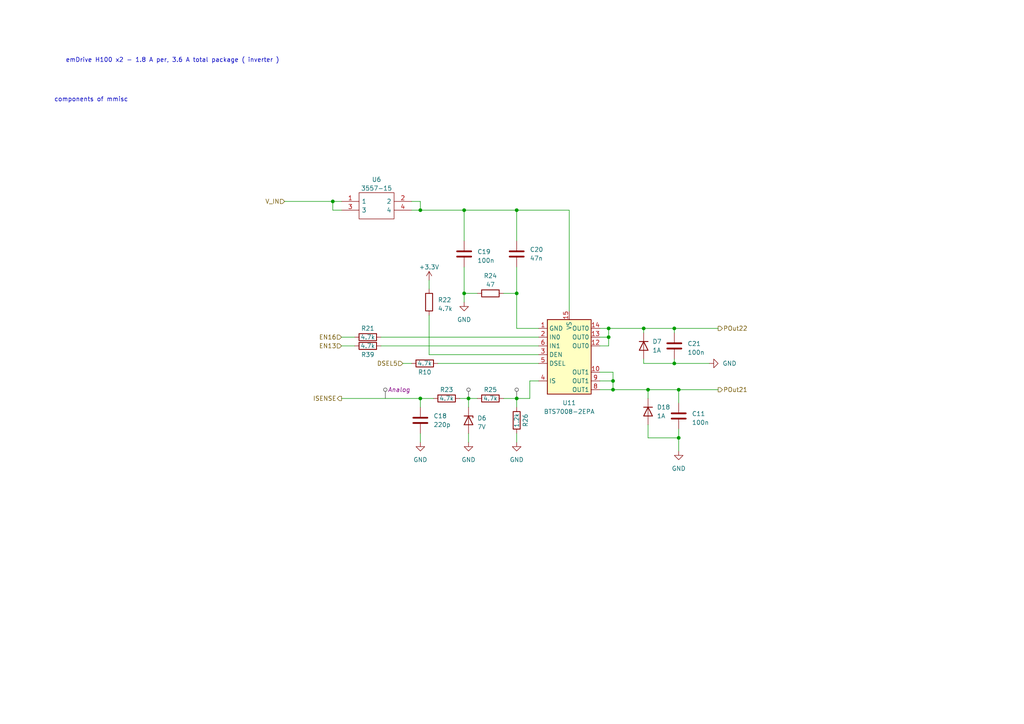
<source format=kicad_sch>
(kicad_sch
	(version 20231120)
	(generator "eeschema")
	(generator_version "8.0")
	(uuid "8a6bde88-ccc7-4a6b-b9c8-1b70b5c3fd83")
	(paper "A4")
	(title_block
		(title "PDU FT24")
		(company "Nived Jayaprakash Nambiar ")
		(comment 1 "FasTTUBe Electronics")
	)
	(lib_symbols
		(symbol "3557-15:3557-15"
			(pin_names
				(offset 0.762)
			)
			(exclude_from_sim no)
			(in_bom yes)
			(on_board yes)
			(property "Reference" "U"
				(at 16.51 7.62 0)
				(effects
					(font
						(size 1.27 1.27)
					)
					(justify left)
				)
			)
			(property "Value" "3557-15"
				(at 16.51 5.08 0)
				(effects
					(font
						(size 1.27 1.27)
					)
					(justify left)
				)
			)
			(property "Footprint" "355715"
				(at 16.51 2.54 0)
				(effects
					(font
						(size 1.27 1.27)
					)
					(justify left)
					(hide yes)
				)
			)
			(property "Datasheet" "https://componentsearchengine.com/Datasheets/1/3557-15.pdf"
				(at 16.51 0 0)
				(effects
					(font
						(size 1.27 1.27)
					)
					(justify left)
					(hide yes)
				)
			)
			(property "Description" "Fuse Holder T/H 2 IN 1 AUTO BLDE HOLDER, BLUE 15A"
				(at 16.51 -2.54 0)
				(effects
					(font
						(size 1.27 1.27)
					)
					(justify left)
					(hide yes)
				)
			)
			(property "Height" "7.37"
				(at 16.51 -5.08 0)
				(effects
					(font
						(size 1.27 1.27)
					)
					(justify left)
					(hide yes)
				)
			)
			(property "heisener Part Number" ""
				(at 16.51 -7.62 0)
				(effects
					(font
						(size 1.27 1.27)
					)
					(justify left)
					(hide yes)
				)
			)
			(property "heisener Price/Stock" ""
				(at 16.51 -10.16 0)
				(effects
					(font
						(size 1.27 1.27)
					)
					(justify left)
					(hide yes)
				)
			)
			(property "Manufacturer_Name" "Keystone Electronics"
				(at 16.51 -12.7 0)
				(effects
					(font
						(size 1.27 1.27)
					)
					(justify left)
					(hide yes)
				)
			)
			(property "Manufacturer_Part_Number" "3557-15"
				(at 16.51 -15.24 0)
				(effects
					(font
						(size 1.27 1.27)
					)
					(justify left)
					(hide yes)
				)
			)
			(symbol "3557-15_0_0"
				(pin passive line
					(at 0 0 0)
					(length 5.08)
					(name "1"
						(effects
							(font
								(size 1.27 1.27)
							)
						)
					)
					(number "1"
						(effects
							(font
								(size 1.27 1.27)
							)
						)
					)
				)
				(pin passive line
					(at 20.32 0 180)
					(length 5.08)
					(name "2"
						(effects
							(font
								(size 1.27 1.27)
							)
						)
					)
					(number "2"
						(effects
							(font
								(size 1.27 1.27)
							)
						)
					)
				)
				(pin passive line
					(at 0 -2.54 0)
					(length 5.08)
					(name "3"
						(effects
							(font
								(size 1.27 1.27)
							)
						)
					)
					(number "3"
						(effects
							(font
								(size 1.27 1.27)
							)
						)
					)
				)
				(pin passive line
					(at 20.32 -2.54 180)
					(length 5.08)
					(name "4"
						(effects
							(font
								(size 1.27 1.27)
							)
						)
					)
					(number "4"
						(effects
							(font
								(size 1.27 1.27)
							)
						)
					)
				)
			)
			(symbol "3557-15_0_1"
				(polyline
					(pts
						(xy 5.08 2.54) (xy 15.24 2.54) (xy 15.24 -5.08) (xy 5.08 -5.08) (xy 5.08 2.54)
					)
					(stroke
						(width 0.1524)
						(type solid)
					)
					(fill
						(type none)
					)
				)
			)
		)
		(symbol "Device:C"
			(pin_numbers hide)
			(pin_names
				(offset 0.254)
			)
			(exclude_from_sim no)
			(in_bom yes)
			(on_board yes)
			(property "Reference" "C"
				(at 0.635 2.54 0)
				(effects
					(font
						(size 1.27 1.27)
					)
					(justify left)
				)
			)
			(property "Value" "C"
				(at 0.635 -2.54 0)
				(effects
					(font
						(size 1.27 1.27)
					)
					(justify left)
				)
			)
			(property "Footprint" ""
				(at 0.9652 -3.81 0)
				(effects
					(font
						(size 1.27 1.27)
					)
					(hide yes)
				)
			)
			(property "Datasheet" "~"
				(at 0 0 0)
				(effects
					(font
						(size 1.27 1.27)
					)
					(hide yes)
				)
			)
			(property "Description" "Unpolarized capacitor"
				(at 0 0 0)
				(effects
					(font
						(size 1.27 1.27)
					)
					(hide yes)
				)
			)
			(property "ki_keywords" "cap capacitor"
				(at 0 0 0)
				(effects
					(font
						(size 1.27 1.27)
					)
					(hide yes)
				)
			)
			(property "ki_fp_filters" "C_*"
				(at 0 0 0)
				(effects
					(font
						(size 1.27 1.27)
					)
					(hide yes)
				)
			)
			(symbol "C_0_1"
				(polyline
					(pts
						(xy -2.032 -0.762) (xy 2.032 -0.762)
					)
					(stroke
						(width 0.508)
						(type default)
					)
					(fill
						(type none)
					)
				)
				(polyline
					(pts
						(xy -2.032 0.762) (xy 2.032 0.762)
					)
					(stroke
						(width 0.508)
						(type default)
					)
					(fill
						(type none)
					)
				)
			)
			(symbol "C_1_1"
				(pin passive line
					(at 0 3.81 270)
					(length 2.794)
					(name "~"
						(effects
							(font
								(size 1.27 1.27)
							)
						)
					)
					(number "1"
						(effects
							(font
								(size 1.27 1.27)
							)
						)
					)
				)
				(pin passive line
					(at 0 -3.81 90)
					(length 2.794)
					(name "~"
						(effects
							(font
								(size 1.27 1.27)
							)
						)
					)
					(number "2"
						(effects
							(font
								(size 1.27 1.27)
							)
						)
					)
				)
			)
		)
		(symbol "Device:D"
			(pin_numbers hide)
			(pin_names
				(offset 1.016) hide)
			(exclude_from_sim no)
			(in_bom yes)
			(on_board yes)
			(property "Reference" "D"
				(at 0 2.54 0)
				(effects
					(font
						(size 1.27 1.27)
					)
				)
			)
			(property "Value" "D"
				(at 0 -2.54 0)
				(effects
					(font
						(size 1.27 1.27)
					)
				)
			)
			(property "Footprint" ""
				(at 0 0 0)
				(effects
					(font
						(size 1.27 1.27)
					)
					(hide yes)
				)
			)
			(property "Datasheet" "~"
				(at 0 0 0)
				(effects
					(font
						(size 1.27 1.27)
					)
					(hide yes)
				)
			)
			(property "Description" "Diode"
				(at 0 0 0)
				(effects
					(font
						(size 1.27 1.27)
					)
					(hide yes)
				)
			)
			(property "Sim.Device" "D"
				(at 0 0 0)
				(effects
					(font
						(size 1.27 1.27)
					)
					(hide yes)
				)
			)
			(property "Sim.Pins" "1=K 2=A"
				(at 0 0 0)
				(effects
					(font
						(size 1.27 1.27)
					)
					(hide yes)
				)
			)
			(property "ki_keywords" "diode"
				(at 0 0 0)
				(effects
					(font
						(size 1.27 1.27)
					)
					(hide yes)
				)
			)
			(property "ki_fp_filters" "TO-???* *_Diode_* *SingleDiode* D_*"
				(at 0 0 0)
				(effects
					(font
						(size 1.27 1.27)
					)
					(hide yes)
				)
			)
			(symbol "D_0_1"
				(polyline
					(pts
						(xy -1.27 1.27) (xy -1.27 -1.27)
					)
					(stroke
						(width 0.254)
						(type default)
					)
					(fill
						(type none)
					)
				)
				(polyline
					(pts
						(xy 1.27 0) (xy -1.27 0)
					)
					(stroke
						(width 0)
						(type default)
					)
					(fill
						(type none)
					)
				)
				(polyline
					(pts
						(xy 1.27 1.27) (xy 1.27 -1.27) (xy -1.27 0) (xy 1.27 1.27)
					)
					(stroke
						(width 0.254)
						(type default)
					)
					(fill
						(type none)
					)
				)
			)
			(symbol "D_1_1"
				(pin passive line
					(at -3.81 0 0)
					(length 2.54)
					(name "K"
						(effects
							(font
								(size 1.27 1.27)
							)
						)
					)
					(number "1"
						(effects
							(font
								(size 1.27 1.27)
							)
						)
					)
				)
				(pin passive line
					(at 3.81 0 180)
					(length 2.54)
					(name "A"
						(effects
							(font
								(size 1.27 1.27)
							)
						)
					)
					(number "2"
						(effects
							(font
								(size 1.27 1.27)
							)
						)
					)
				)
			)
		)
		(symbol "Device:D_Zener"
			(pin_numbers hide)
			(pin_names
				(offset 1.016) hide)
			(exclude_from_sim no)
			(in_bom yes)
			(on_board yes)
			(property "Reference" "D"
				(at 0 2.54 0)
				(effects
					(font
						(size 1.27 1.27)
					)
				)
			)
			(property "Value" "D_Zener"
				(at 0 -2.54 0)
				(effects
					(font
						(size 1.27 1.27)
					)
				)
			)
			(property "Footprint" ""
				(at 0 0 0)
				(effects
					(font
						(size 1.27 1.27)
					)
					(hide yes)
				)
			)
			(property "Datasheet" "~"
				(at 0 0 0)
				(effects
					(font
						(size 1.27 1.27)
					)
					(hide yes)
				)
			)
			(property "Description" "Zener diode"
				(at 0 0 0)
				(effects
					(font
						(size 1.27 1.27)
					)
					(hide yes)
				)
			)
			(property "ki_keywords" "diode"
				(at 0 0 0)
				(effects
					(font
						(size 1.27 1.27)
					)
					(hide yes)
				)
			)
			(property "ki_fp_filters" "TO-???* *_Diode_* *SingleDiode* D_*"
				(at 0 0 0)
				(effects
					(font
						(size 1.27 1.27)
					)
					(hide yes)
				)
			)
			(symbol "D_Zener_0_1"
				(polyline
					(pts
						(xy 1.27 0) (xy -1.27 0)
					)
					(stroke
						(width 0)
						(type default)
					)
					(fill
						(type none)
					)
				)
				(polyline
					(pts
						(xy -1.27 -1.27) (xy -1.27 1.27) (xy -0.762 1.27)
					)
					(stroke
						(width 0.254)
						(type default)
					)
					(fill
						(type none)
					)
				)
				(polyline
					(pts
						(xy 1.27 -1.27) (xy 1.27 1.27) (xy -1.27 0) (xy 1.27 -1.27)
					)
					(stroke
						(width 0.254)
						(type default)
					)
					(fill
						(type none)
					)
				)
			)
			(symbol "D_Zener_1_1"
				(pin passive line
					(at -3.81 0 0)
					(length 2.54)
					(name "K"
						(effects
							(font
								(size 1.27 1.27)
							)
						)
					)
					(number "1"
						(effects
							(font
								(size 1.27 1.27)
							)
						)
					)
				)
				(pin passive line
					(at 3.81 0 180)
					(length 2.54)
					(name "A"
						(effects
							(font
								(size 1.27 1.27)
							)
						)
					)
					(number "2"
						(effects
							(font
								(size 1.27 1.27)
							)
						)
					)
				)
			)
		)
		(symbol "Device:R"
			(pin_numbers hide)
			(pin_names
				(offset 0)
			)
			(exclude_from_sim no)
			(in_bom yes)
			(on_board yes)
			(property "Reference" "R"
				(at 2.032 0 90)
				(effects
					(font
						(size 1.27 1.27)
					)
				)
			)
			(property "Value" "R"
				(at 0 0 90)
				(effects
					(font
						(size 1.27 1.27)
					)
				)
			)
			(property "Footprint" ""
				(at -1.778 0 90)
				(effects
					(font
						(size 1.27 1.27)
					)
					(hide yes)
				)
			)
			(property "Datasheet" "~"
				(at 0 0 0)
				(effects
					(font
						(size 1.27 1.27)
					)
					(hide yes)
				)
			)
			(property "Description" "Resistor"
				(at 0 0 0)
				(effects
					(font
						(size 1.27 1.27)
					)
					(hide yes)
				)
			)
			(property "ki_keywords" "R res resistor"
				(at 0 0 0)
				(effects
					(font
						(size 1.27 1.27)
					)
					(hide yes)
				)
			)
			(property "ki_fp_filters" "R_*"
				(at 0 0 0)
				(effects
					(font
						(size 1.27 1.27)
					)
					(hide yes)
				)
			)
			(symbol "R_0_1"
				(rectangle
					(start -1.016 -2.54)
					(end 1.016 2.54)
					(stroke
						(width 0.254)
						(type default)
					)
					(fill
						(type none)
					)
				)
			)
			(symbol "R_1_1"
				(pin passive line
					(at 0 3.81 270)
					(length 1.27)
					(name "~"
						(effects
							(font
								(size 1.27 1.27)
							)
						)
					)
					(number "1"
						(effects
							(font
								(size 1.27 1.27)
							)
						)
					)
				)
				(pin passive line
					(at 0 -3.81 90)
					(length 1.27)
					(name "~"
						(effects
							(font
								(size 1.27 1.27)
							)
						)
					)
					(number "2"
						(effects
							(font
								(size 1.27 1.27)
							)
						)
					)
				)
			)
		)
		(symbol "PROFET:BTS7020-2EPA"
			(exclude_from_sim no)
			(in_bom yes)
			(on_board yes)
			(property "Reference" "U50"
				(at 0 -13.97 0)
				(effects
					(font
						(size 1.27 1.27)
					)
				)
			)
			(property "Value" "BTS7008-2EPA"
				(at 0 -16.51 0)
				(effects
					(font
						(size 1.27 1.27)
					)
				)
			)
			(property "Footprint" "Package_SO:Infineon_PG-TSDSO-14-22"
				(at -22.86 -12.7 0)
				(effects
					(font
						(size 1.27 1.27)
					)
					(hide yes)
				)
			)
			(property "Datasheet" "https://www.infineon.com/dgdl/Infineon-BTS7008-2EPA-DataSheet-v01_20-EN.pdf?fileId=5546d46258fc0bc101590212356876b1"
				(at -3.81 -19.05 0)
				(effects
					(font
						(size 1.27 1.27)
					)
					(hide yes)
				)
			)
			(property "Description" "Smart High-Side Power Switch, PROFET, Two Channel, 12V, 5A, Rds(on) 23.7mΩ, PG-TSDSO-14-22"
				(at 0 0 0)
				(effects
					(font
						(size 1.27 1.27)
					)
					(hide yes)
				)
			)
			(property "ki_keywords" "BTS7004"
				(at 0 0 0)
				(effects
					(font
						(size 1.27 1.27)
					)
					(hide yes)
				)
			)
			(property "ki_fp_filters" "Infineon*TSDSO*22*"
				(at 0 0 0)
				(effects
					(font
						(size 1.27 1.27)
					)
					(hide yes)
				)
			)
			(symbol "BTS7020-2EPA_0_0"
				(pin input line
					(at -8.89 -2.54 0)
					(length 2.54)
					(name "DSEL"
						(effects
							(font
								(size 1.27 1.27)
							)
						)
					)
					(number "5"
						(effects
							(font
								(size 1.27 1.27)
							)
						)
					)
				)
				(pin input line
					(at -8.89 2.54 0)
					(length 2.54)
					(name "IN1"
						(effects
							(font
								(size 1.27 1.27)
							)
						)
					)
					(number "6"
						(effects
							(font
								(size 1.27 1.27)
							)
						)
					)
				)
			)
			(symbol "BTS7020-2EPA_0_1"
				(rectangle
					(start -6.35 10.16)
					(end 6.35 -11.43)
					(stroke
						(width 0.254)
						(type default)
					)
					(fill
						(type background)
					)
				)
			)
			(symbol "BTS7020-2EPA_1_1"
				(pin power_out line
					(at -8.89 7.62 0)
					(length 2.54)
					(name "GND"
						(effects
							(font
								(size 1.27 1.27)
							)
						)
					)
					(number "1"
						(effects
							(font
								(size 1.27 1.27)
							)
						)
					)
				)
				(pin passive line
					(at 8.89 -5.08 180)
					(length 2.54)
					(name "OUT1"
						(effects
							(font
								(size 1.27 1.27)
							)
						)
					)
					(number "10"
						(effects
							(font
								(size 1.27 1.27)
							)
						)
					)
				)
				(pin no_connect line
					(at 8.89 -1.27 180)
					(length 2.54) hide
					(name "NC"
						(effects
							(font
								(size 1.27 1.27)
							)
						)
					)
					(number "11"
						(effects
							(font
								(size 1.27 1.27)
							)
						)
					)
				)
				(pin passive line
					(at 8.89 2.54 180)
					(length 2.54)
					(name "OUT0"
						(effects
							(font
								(size 1.27 1.27)
							)
						)
					)
					(number "12"
						(effects
							(font
								(size 1.27 1.27)
							)
						)
					)
				)
				(pin passive line
					(at 8.89 5.08 180)
					(length 2.54)
					(name "OUT0"
						(effects
							(font
								(size 1.27 1.27)
							)
						)
					)
					(number "13"
						(effects
							(font
								(size 1.27 1.27)
							)
						)
					)
				)
				(pin output line
					(at 8.89 7.62 180)
					(length 2.54)
					(name "OUT0"
						(effects
							(font
								(size 1.27 1.27)
							)
						)
					)
					(number "14"
						(effects
							(font
								(size 1.27 1.27)
							)
						)
					)
				)
				(pin input line
					(at 0 12.7 270)
					(length 2.54)
					(name "VS"
						(effects
							(font
								(size 1.27 1.27)
							)
						)
					)
					(number "15"
						(effects
							(font
								(size 1.27 1.27)
							)
						)
					)
				)
				(pin input line
					(at -8.89 5.08 0)
					(length 2.54)
					(name "IN0"
						(effects
							(font
								(size 1.27 1.27)
							)
						)
					)
					(number "2"
						(effects
							(font
								(size 1.27 1.27)
							)
						)
					)
				)
				(pin input line
					(at -8.89 0 0)
					(length 2.54)
					(name "DEN"
						(effects
							(font
								(size 1.27 1.27)
							)
						)
					)
					(number "3"
						(effects
							(font
								(size 1.27 1.27)
							)
						)
					)
				)
				(pin output line
					(at -8.89 -7.62 0)
					(length 2.54)
					(name "IS"
						(effects
							(font
								(size 1.27 1.27)
							)
						)
					)
					(number "4"
						(effects
							(font
								(size 1.27 1.27)
							)
						)
					)
				)
				(pin no_connect line
					(at -8.89 -10.16 0)
					(length 2.54) hide
					(name "NC"
						(effects
							(font
								(size 1.27 1.27)
							)
						)
					)
					(number "7"
						(effects
							(font
								(size 1.27 1.27)
							)
						)
					)
				)
				(pin output line
					(at 8.89 -10.16 180)
					(length 2.54)
					(name "OUT1"
						(effects
							(font
								(size 1.27 1.27)
							)
						)
					)
					(number "8"
						(effects
							(font
								(size 1.27 1.27)
							)
						)
					)
				)
				(pin passive line
					(at 8.89 -7.62 180)
					(length 2.54)
					(name "OUT1"
						(effects
							(font
								(size 1.27 1.27)
							)
						)
					)
					(number "9"
						(effects
							(font
								(size 1.27 1.27)
							)
						)
					)
				)
			)
		)
		(symbol "power:+3.3V"
			(power)
			(pin_names
				(offset 0)
			)
			(exclude_from_sim no)
			(in_bom yes)
			(on_board yes)
			(property "Reference" "#PWR"
				(at 0 -3.81 0)
				(effects
					(font
						(size 1.27 1.27)
					)
					(hide yes)
				)
			)
			(property "Value" "+3.3V"
				(at 0 3.556 0)
				(effects
					(font
						(size 1.27 1.27)
					)
				)
			)
			(property "Footprint" ""
				(at 0 0 0)
				(effects
					(font
						(size 1.27 1.27)
					)
					(hide yes)
				)
			)
			(property "Datasheet" ""
				(at 0 0 0)
				(effects
					(font
						(size 1.27 1.27)
					)
					(hide yes)
				)
			)
			(property "Description" "Power symbol creates a global label with name \"+3.3V\""
				(at 0 0 0)
				(effects
					(font
						(size 1.27 1.27)
					)
					(hide yes)
				)
			)
			(property "ki_keywords" "global power"
				(at 0 0 0)
				(effects
					(font
						(size 1.27 1.27)
					)
					(hide yes)
				)
			)
			(symbol "+3.3V_0_1"
				(polyline
					(pts
						(xy -0.762 1.27) (xy 0 2.54)
					)
					(stroke
						(width 0)
						(type default)
					)
					(fill
						(type none)
					)
				)
				(polyline
					(pts
						(xy 0 0) (xy 0 2.54)
					)
					(stroke
						(width 0)
						(type default)
					)
					(fill
						(type none)
					)
				)
				(polyline
					(pts
						(xy 0 2.54) (xy 0.762 1.27)
					)
					(stroke
						(width 0)
						(type default)
					)
					(fill
						(type none)
					)
				)
			)
			(symbol "+3.3V_1_1"
				(pin power_in line
					(at 0 0 90)
					(length 0) hide
					(name "+3.3V"
						(effects
							(font
								(size 1.27 1.27)
							)
						)
					)
					(number "1"
						(effects
							(font
								(size 1.27 1.27)
							)
						)
					)
				)
			)
		)
		(symbol "power:GND"
			(power)
			(pin_names
				(offset 0)
			)
			(exclude_from_sim no)
			(in_bom yes)
			(on_board yes)
			(property "Reference" "#PWR"
				(at 0 -6.35 0)
				(effects
					(font
						(size 1.27 1.27)
					)
					(hide yes)
				)
			)
			(property "Value" "GND"
				(at 0 -3.81 0)
				(effects
					(font
						(size 1.27 1.27)
					)
				)
			)
			(property "Footprint" ""
				(at 0 0 0)
				(effects
					(font
						(size 1.27 1.27)
					)
					(hide yes)
				)
			)
			(property "Datasheet" ""
				(at 0 0 0)
				(effects
					(font
						(size 1.27 1.27)
					)
					(hide yes)
				)
			)
			(property "Description" "Power symbol creates a global label with name \"GND\" , ground"
				(at 0 0 0)
				(effects
					(font
						(size 1.27 1.27)
					)
					(hide yes)
				)
			)
			(property "ki_keywords" "global power"
				(at 0 0 0)
				(effects
					(font
						(size 1.27 1.27)
					)
					(hide yes)
				)
			)
			(symbol "GND_0_1"
				(polyline
					(pts
						(xy 0 0) (xy 0 -1.27) (xy 1.27 -1.27) (xy 0 -2.54) (xy -1.27 -1.27) (xy 0 -1.27)
					)
					(stroke
						(width 0)
						(type default)
					)
					(fill
						(type none)
					)
				)
			)
			(symbol "GND_1_1"
				(pin power_in line
					(at 0 0 270)
					(length 0) hide
					(name "GND"
						(effects
							(font
								(size 1.27 1.27)
							)
						)
					)
					(number "1"
						(effects
							(font
								(size 1.27 1.27)
							)
						)
					)
				)
			)
		)
	)
	(junction
		(at 149.86 85.09)
		(diameter 0)
		(color 0 0 0 0)
		(uuid "00776596-fadb-48bf-af43-d8ce4e635c76")
	)
	(junction
		(at 196.85 127)
		(diameter 0)
		(color 0 0 0 0)
		(uuid "2a40fd97-de01-4c98-a3be-a68ce6423f70")
	)
	(junction
		(at 195.58 95.25)
		(diameter 0)
		(color 0 0 0 0)
		(uuid "2d65296b-1266-4709-a15d-cb84d6f81806")
	)
	(junction
		(at 96.52 58.42)
		(diameter 0)
		(color 0 0 0 0)
		(uuid "38907b64-1006-46cd-855a-682cc52f00a1")
	)
	(junction
		(at 177.8 110.49)
		(diameter 0)
		(color 0 0 0 0)
		(uuid "5253c7a8-4f04-4883-bc0a-36b245189225")
	)
	(junction
		(at 195.58 105.41)
		(diameter 0)
		(color 0 0 0 0)
		(uuid "527d54ff-6c5c-46f1-9a9d-870ad65570f7")
	)
	(junction
		(at 149.86 115.57)
		(diameter 0)
		(color 0 0 0 0)
		(uuid "5c326501-0776-4066-8fad-901a3444b4f1")
	)
	(junction
		(at 135.89 115.57)
		(diameter 0)
		(color 0 0 0 0)
		(uuid "6af1f98c-8b95-4785-9a47-2dd59847000f")
	)
	(junction
		(at 134.62 60.96)
		(diameter 0)
		(color 0 0 0 0)
		(uuid "73dd4691-04f9-48d5-b7da-46165f352555")
	)
	(junction
		(at 196.85 113.03)
		(diameter 0)
		(color 0 0 0 0)
		(uuid "74ff98a3-5ab9-48ef-ac9e-1c06a62f3ddc")
	)
	(junction
		(at 121.92 60.96)
		(diameter 0)
		(color 0 0 0 0)
		(uuid "7b5d2cc0-c116-4998-81cd-572daabdbc93")
	)
	(junction
		(at 187.96 113.03)
		(diameter 0)
		(color 0 0 0 0)
		(uuid "8e5cae49-7be8-4c57-b624-dc92bf8689d7")
	)
	(junction
		(at 177.8 113.03)
		(diameter 0)
		(color 0 0 0 0)
		(uuid "b5f4cbc8-343e-4b2f-9b74-b754547866f9")
	)
	(junction
		(at 134.62 85.09)
		(diameter 0)
		(color 0 0 0 0)
		(uuid "c317fd8c-4314-4b2d-98ff-76457208c0a5")
	)
	(junction
		(at 176.53 95.25)
		(diameter 0)
		(color 0 0 0 0)
		(uuid "c68b51bf-c929-49dc-adc9-c9662238e8a8")
	)
	(junction
		(at 149.86 60.96)
		(diameter 0)
		(color 0 0 0 0)
		(uuid "de930b73-6af3-48e2-8bb0-c081e2e7b993")
	)
	(junction
		(at 186.69 95.25)
		(diameter 0)
		(color 0 0 0 0)
		(uuid "e8c2f885-2d67-4300-8692-a9470c7a084e")
	)
	(junction
		(at 121.92 115.57)
		(diameter 0)
		(color 0 0 0 0)
		(uuid "eaea38a5-40ee-47ef-8e5c-c73514663081")
	)
	(junction
		(at 176.53 97.79)
		(diameter 0)
		(color 0 0 0 0)
		(uuid "f834746d-3014-4be9-a682-620fd2a7db8d")
	)
	(wire
		(pts
			(xy 153.67 115.57) (xy 149.86 115.57)
		)
		(stroke
			(width 0)
			(type default)
		)
		(uuid "03982a71-4b02-4b17-8763-be7aed98329c")
	)
	(wire
		(pts
			(xy 138.43 85.09) (xy 134.62 85.09)
		)
		(stroke
			(width 0)
			(type default)
		)
		(uuid "092d7555-441a-46da-8f87-7e89d42321ef")
	)
	(wire
		(pts
			(xy 176.53 97.79) (xy 176.53 95.25)
		)
		(stroke
			(width 0)
			(type default)
		)
		(uuid "09f84ff2-b218-4f0c-b53c-f96e92c7351d")
	)
	(wire
		(pts
			(xy 187.96 127) (xy 196.85 127)
		)
		(stroke
			(width 0)
			(type default)
		)
		(uuid "0cbbc13e-7b7b-4f00-a414-6c8b1c35859c")
	)
	(wire
		(pts
			(xy 186.69 95.25) (xy 186.69 96.52)
		)
		(stroke
			(width 0)
			(type default)
		)
		(uuid "1051ea33-2d33-40fa-848c-5fc1bc7d3ed1")
	)
	(wire
		(pts
			(xy 173.99 110.49) (xy 177.8 110.49)
		)
		(stroke
			(width 0)
			(type default)
		)
		(uuid "10622a86-e02a-49ed-9999-3c3bb84624f5")
	)
	(wire
		(pts
			(xy 134.62 85.09) (xy 134.62 77.47)
		)
		(stroke
			(width 0)
			(type default)
		)
		(uuid "167f2ae2-98ad-4b40-aca8-20c4b3aa242c")
	)
	(wire
		(pts
			(xy 195.58 104.14) (xy 195.58 105.41)
		)
		(stroke
			(width 0)
			(type default)
		)
		(uuid "18f4c06b-756b-4dc9-b157-b2cdafa402ea")
	)
	(wire
		(pts
			(xy 149.86 115.57) (xy 146.05 115.57)
		)
		(stroke
			(width 0)
			(type default)
		)
		(uuid "1f582a1f-c991-44b3-a6d8-604b876e22b9")
	)
	(wire
		(pts
			(xy 134.62 60.96) (xy 149.86 60.96)
		)
		(stroke
			(width 0)
			(type default)
		)
		(uuid "2c2fe642-9025-40d8-b7a3-b873fae05516")
	)
	(wire
		(pts
			(xy 116.84 105.41) (xy 119.38 105.41)
		)
		(stroke
			(width 0)
			(type default)
		)
		(uuid "2c9d54e4-2e1b-46cd-90e4-c6abb7b57d62")
	)
	(wire
		(pts
			(xy 173.99 107.95) (xy 177.8 107.95)
		)
		(stroke
			(width 0)
			(type default)
		)
		(uuid "2ea53636-df22-416c-a8a3-fe3a082f050c")
	)
	(wire
		(pts
			(xy 121.92 60.96) (xy 134.62 60.96)
		)
		(stroke
			(width 0)
			(type default)
		)
		(uuid "344b250c-1b24-4a6f-b8e2-0ec8234314fc")
	)
	(wire
		(pts
			(xy 102.87 100.33) (xy 99.06 100.33)
		)
		(stroke
			(width 0)
			(type default)
		)
		(uuid "37eb1dd2-652b-4c3c-96de-ef1c2c72f45d")
	)
	(wire
		(pts
			(xy 196.85 113.03) (xy 208.28 113.03)
		)
		(stroke
			(width 0)
			(type default)
		)
		(uuid "3a8a0b45-5485-4dd7-bd54-3c7096e1495d")
	)
	(wire
		(pts
			(xy 149.86 60.96) (xy 149.86 69.85)
		)
		(stroke
			(width 0)
			(type default)
		)
		(uuid "444e60c3-2eea-40d5-a367-990f85089ef2")
	)
	(wire
		(pts
			(xy 149.86 125.73) (xy 149.86 128.27)
		)
		(stroke
			(width 0)
			(type default)
		)
		(uuid "45520e81-b4c5-4c77-bfc2-fdb604e4be4e")
	)
	(wire
		(pts
			(xy 146.05 85.09) (xy 149.86 85.09)
		)
		(stroke
			(width 0)
			(type default)
		)
		(uuid "45bd60a9-e6b2-4c7c-85ed-83be4f47d855")
	)
	(wire
		(pts
			(xy 195.58 95.25) (xy 208.28 95.25)
		)
		(stroke
			(width 0)
			(type default)
		)
		(uuid "46d29ff9-4841-442c-85f5-aa88f1d3a797")
	)
	(wire
		(pts
			(xy 186.69 104.14) (xy 186.69 105.41)
		)
		(stroke
			(width 0)
			(type default)
		)
		(uuid "4b4ea5a1-362e-4420-b098-c5e35f5ae274")
	)
	(wire
		(pts
			(xy 82.55 58.42) (xy 96.52 58.42)
		)
		(stroke
			(width 0)
			(type default)
		)
		(uuid "4d25bd18-4040-44e1-babd-dde3c655ceab")
	)
	(wire
		(pts
			(xy 135.89 115.57) (xy 133.35 115.57)
		)
		(stroke
			(width 0)
			(type default)
		)
		(uuid "51cdbf76-49bf-4bb1-afe1-f8920610da47")
	)
	(wire
		(pts
			(xy 195.58 95.25) (xy 195.58 96.52)
		)
		(stroke
			(width 0)
			(type default)
		)
		(uuid "523eac46-d728-4ee5-ae11-722cc4750bdf")
	)
	(wire
		(pts
			(xy 121.92 58.42) (xy 121.92 60.96)
		)
		(stroke
			(width 0)
			(type default)
		)
		(uuid "55e60dee-0b8c-4bba-b3dd-ab9d7d9e033d")
	)
	(wire
		(pts
			(xy 165.1 60.96) (xy 165.1 90.17)
		)
		(stroke
			(width 0)
			(type default)
		)
		(uuid "626feb17-7460-4fb3-b3ea-7459747e1b14")
	)
	(wire
		(pts
			(xy 156.21 110.49) (xy 153.67 110.49)
		)
		(stroke
			(width 0)
			(type default)
		)
		(uuid "67c4b2c3-bc96-41b2-8c17-ee8ddd6136f7")
	)
	(wire
		(pts
			(xy 121.92 115.57) (xy 121.92 118.11)
		)
		(stroke
			(width 0)
			(type default)
		)
		(uuid "6c30dd3a-b1e1-43e5-b3c1-4c981f56f3b3")
	)
	(wire
		(pts
			(xy 96.52 60.96) (xy 96.52 58.42)
		)
		(stroke
			(width 0)
			(type default)
		)
		(uuid "78a939b7-29b8-47ba-a450-a688039cdb67")
	)
	(wire
		(pts
			(xy 187.96 123.19) (xy 187.96 127)
		)
		(stroke
			(width 0)
			(type default)
		)
		(uuid "82442b2f-e4a4-4c93-becf-7197f78156bd")
	)
	(wire
		(pts
			(xy 134.62 60.96) (xy 134.62 69.85)
		)
		(stroke
			(width 0)
			(type default)
		)
		(uuid "88c08d63-a646-4089-b666-8c58b7480b77")
	)
	(wire
		(pts
			(xy 187.96 113.03) (xy 187.96 115.57)
		)
		(stroke
			(width 0)
			(type default)
		)
		(uuid "895cda52-2f94-4bca-9746-0bde004618d5")
	)
	(wire
		(pts
			(xy 153.67 110.49) (xy 153.67 115.57)
		)
		(stroke
			(width 0)
			(type default)
		)
		(uuid "89dbc055-1c60-49fb-97ba-989db351ffd5")
	)
	(wire
		(pts
			(xy 149.86 60.96) (xy 165.1 60.96)
		)
		(stroke
			(width 0)
			(type default)
		)
		(uuid "8a5416c0-c6e0-4c9c-b247-d6e6bf218dcb")
	)
	(wire
		(pts
			(xy 173.99 100.33) (xy 176.53 100.33)
		)
		(stroke
			(width 0)
			(type default)
		)
		(uuid "951caa15-b4fa-462d-815e-a974e48b0041")
	)
	(wire
		(pts
			(xy 173.99 97.79) (xy 176.53 97.79)
		)
		(stroke
			(width 0)
			(type default)
		)
		(uuid "969e9630-5661-4d10-9d3c-467468909c47")
	)
	(wire
		(pts
			(xy 125.73 115.57) (xy 121.92 115.57)
		)
		(stroke
			(width 0)
			(type default)
		)
		(uuid "96b154da-b7d5-412f-952c-af4928470e78")
	)
	(wire
		(pts
			(xy 96.52 58.42) (xy 99.06 58.42)
		)
		(stroke
			(width 0)
			(type default)
		)
		(uuid "97262671-60db-4eee-8984-31437e8be46b")
	)
	(wire
		(pts
			(xy 121.92 125.73) (xy 121.92 128.27)
		)
		(stroke
			(width 0)
			(type default)
		)
		(uuid "98ca0b0b-53aa-4015-8fdc-87f08cc71e7a")
	)
	(wire
		(pts
			(xy 177.8 107.95) (xy 177.8 110.49)
		)
		(stroke
			(width 0)
			(type default)
		)
		(uuid "98da1369-2fc8-4c48-8c60-2df41aa69b4c")
	)
	(wire
		(pts
			(xy 99.06 60.96) (xy 96.52 60.96)
		)
		(stroke
			(width 0)
			(type default)
		)
		(uuid "9c9c7d19-4080-452f-a9fc-57bd40d37d2a")
	)
	(wire
		(pts
			(xy 124.46 91.44) (xy 124.46 102.87)
		)
		(stroke
			(width 0)
			(type default)
		)
		(uuid "9caa674e-506e-4ed7-acee-7a73cac2a9e2")
	)
	(wire
		(pts
			(xy 99.06 115.57) (xy 121.92 115.57)
		)
		(stroke
			(width 0)
			(type default)
		)
		(uuid "9f9a84c2-212d-4e72-8ba3-95ead826795f")
	)
	(wire
		(pts
			(xy 149.86 85.09) (xy 149.86 95.25)
		)
		(stroke
			(width 0)
			(type default)
		)
		(uuid "9fecb716-0f8c-4b76-91ac-9ed2ec39afb1")
	)
	(wire
		(pts
			(xy 149.86 118.11) (xy 149.86 115.57)
		)
		(stroke
			(width 0)
			(type default)
		)
		(uuid "a34af40e-2c8f-48ab-ba1a-2701c57c732b")
	)
	(wire
		(pts
			(xy 186.69 95.25) (xy 195.58 95.25)
		)
		(stroke
			(width 0)
			(type default)
		)
		(uuid "a55204c2-01b5-4f65-bde4-4f0d574da0c3")
	)
	(wire
		(pts
			(xy 135.89 115.57) (xy 138.43 115.57)
		)
		(stroke
			(width 0)
			(type default)
		)
		(uuid "a94ea57c-dee7-49ad-b930-f428566027d3")
	)
	(wire
		(pts
			(xy 134.62 85.09) (xy 134.62 87.63)
		)
		(stroke
			(width 0)
			(type default)
		)
		(uuid "a95689d9-e3e2-4873-ac00-a011ace618d6")
	)
	(wire
		(pts
			(xy 173.99 113.03) (xy 177.8 113.03)
		)
		(stroke
			(width 0)
			(type default)
		)
		(uuid "ac0fe018-31a5-4f7e-a081-1fe8d1c0ef9f")
	)
	(wire
		(pts
			(xy 119.38 60.96) (xy 121.92 60.96)
		)
		(stroke
			(width 0)
			(type default)
		)
		(uuid "b0a4d691-39d9-42fe-a29b-c10f863cb5ef")
	)
	(wire
		(pts
			(xy 176.53 95.25) (xy 186.69 95.25)
		)
		(stroke
			(width 0)
			(type default)
		)
		(uuid "b18843b1-a448-4968-b9b5-4153aeba5793")
	)
	(wire
		(pts
			(xy 176.53 95.25) (xy 173.99 95.25)
		)
		(stroke
			(width 0)
			(type default)
		)
		(uuid "b329d0b1-78a9-47ab-88a4-d48b4b918a64")
	)
	(wire
		(pts
			(xy 99.06 97.79) (xy 102.87 97.79)
		)
		(stroke
			(width 0)
			(type default)
		)
		(uuid "b32f9327-f563-47a0-8f6a-63ea5322cabf")
	)
	(wire
		(pts
			(xy 195.58 105.41) (xy 205.74 105.41)
		)
		(stroke
			(width 0)
			(type default)
		)
		(uuid "b39fcc51-0052-4343-a829-84bb3d81c353")
	)
	(wire
		(pts
			(xy 196.85 113.03) (xy 196.85 116.84)
		)
		(stroke
			(width 0)
			(type default)
		)
		(uuid "b869dcbc-6356-438b-97eb-bc502e8e13a5")
	)
	(wire
		(pts
			(xy 135.89 125.73) (xy 135.89 128.27)
		)
		(stroke
			(width 0)
			(type default)
		)
		(uuid "b8c8e2cd-43e6-4b7a-86c1-bfd6eb2f6d69")
	)
	(wire
		(pts
			(xy 177.8 110.49) (xy 177.8 113.03)
		)
		(stroke
			(width 0)
			(type default)
		)
		(uuid "b9db1a14-8cee-4d02-bce1-cb444c569af5")
	)
	(wire
		(pts
			(xy 110.49 97.79) (xy 156.21 97.79)
		)
		(stroke
			(width 0)
			(type default)
		)
		(uuid "c404a311-42a3-4c2a-8f54-e20108ed083f")
	)
	(wire
		(pts
			(xy 177.8 113.03) (xy 187.96 113.03)
		)
		(stroke
			(width 0)
			(type default)
		)
		(uuid "c6bfad2c-23b1-4d53-93b1-1457a78b4778")
	)
	(wire
		(pts
			(xy 135.89 118.11) (xy 135.89 115.57)
		)
		(stroke
			(width 0)
			(type default)
		)
		(uuid "c752518e-c97e-4aab-a98c-e70b66787d7e")
	)
	(wire
		(pts
			(xy 196.85 127) (xy 196.85 130.81)
		)
		(stroke
			(width 0)
			(type default)
		)
		(uuid "c9a50a91-bcd1-4f2e-b66c-facaa312f640")
	)
	(wire
		(pts
			(xy 119.38 58.42) (xy 121.92 58.42)
		)
		(stroke
			(width 0)
			(type default)
		)
		(uuid "d37f58ce-2c51-4435-9413-46192a64e44b")
	)
	(wire
		(pts
			(xy 187.96 113.03) (xy 196.85 113.03)
		)
		(stroke
			(width 0)
			(type default)
		)
		(uuid "d389c3a1-1c2b-4983-912a-d96262819f57")
	)
	(wire
		(pts
			(xy 156.21 105.41) (xy 127 105.41)
		)
		(stroke
			(width 0)
			(type default)
		)
		(uuid "da3e9631-7281-4f24-b11f-3bbb6e61d3e6")
	)
	(wire
		(pts
			(xy 186.69 105.41) (xy 195.58 105.41)
		)
		(stroke
			(width 0)
			(type default)
		)
		(uuid "daec2bb0-463a-43be-93fc-aabc5eff118f")
	)
	(wire
		(pts
			(xy 124.46 102.87) (xy 156.21 102.87)
		)
		(stroke
			(width 0)
			(type default)
		)
		(uuid "dcef4f16-d1e8-4b38-ab7d-825b3cc993c8")
	)
	(wire
		(pts
			(xy 124.46 81.28) (xy 124.46 83.82)
		)
		(stroke
			(width 0)
			(type default)
		)
		(uuid "e08b6480-3be9-4eae-999f-d25a08996e90")
	)
	(wire
		(pts
			(xy 176.53 100.33) (xy 176.53 97.79)
		)
		(stroke
			(width 0)
			(type default)
		)
		(uuid "e804399a-1b27-4d73-b238-b25f1d403ab7")
	)
	(wire
		(pts
			(xy 149.86 77.47) (xy 149.86 85.09)
		)
		(stroke
			(width 0)
			(type default)
		)
		(uuid "ebdf6044-dc94-4f7b-a4a1-a20fe44d9fed")
	)
	(wire
		(pts
			(xy 196.85 124.46) (xy 196.85 127)
		)
		(stroke
			(width 0)
			(type default)
		)
		(uuid "f1fc0690-1c90-442b-adb5-72bd689656b4")
	)
	(wire
		(pts
			(xy 110.49 100.33) (xy 156.21 100.33)
		)
		(stroke
			(width 0)
			(type default)
		)
		(uuid "f5118be0-9e52-4902-9252-19282a15a6b5")
	)
	(wire
		(pts
			(xy 149.86 95.25) (xy 156.21 95.25)
		)
		(stroke
			(width 0)
			(type default)
		)
		(uuid "f832bbb3-8f7e-42f9-8a4a-8c589841fcdd")
	)
	(text "emDrive H100 x2 - 1.8 A per, 3.6 A total package ( inverter )\n "
		(exclude_from_sim no)
		(at 19.05 20.32 0)
		(effects
			(font
				(size 1.27 1.27)
			)
			(justify left bottom)
		)
		(uuid "a71781b1-0021-41b7-afac-8f6048df5c60")
	)
	(text "components of mmisc \n\n"
		(exclude_from_sim no)
		(at 26.924 29.972 0)
		(effects
			(font
				(size 1.27 1.27)
			)
		)
		(uuid "eab3919e-7b84-4311-8c38-23e7b5862fe7")
	)
	(hierarchical_label "ISENSE"
		(shape output)
		(at 99.06 115.57 180)
		(fields_autoplaced yes)
		(effects
			(font
				(size 1.27 1.27)
			)
			(justify right)
		)
		(uuid "0f6b9e10-b1b6-4714-ace7-45b7f016a95f")
	)
	(hierarchical_label "POut21"
		(shape output)
		(at 208.28 113.03 0)
		(fields_autoplaced yes)
		(effects
			(font
				(size 1.27 1.27)
			)
			(justify left)
		)
		(uuid "341c8d8d-b71b-4d62-84db-52eaa4c1de12")
	)
	(hierarchical_label "EN16"
		(shape input)
		(at 99.06 97.79 180)
		(fields_autoplaced yes)
		(effects
			(font
				(size 1.27 1.27)
			)
			(justify right)
		)
		(uuid "998bb0f9-07fb-4f37-90c2-d0f3aef359eb")
	)
	(hierarchical_label "POut22"
		(shape output)
		(at 208.28 95.25 0)
		(fields_autoplaced yes)
		(effects
			(font
				(size 1.27 1.27)
			)
			(justify left)
		)
		(uuid "9be31a70-1b01-441d-bb91-c562b60df7b8")
	)
	(hierarchical_label "V_IN"
		(shape input)
		(at 82.55 58.42 180)
		(fields_autoplaced yes)
		(effects
			(font
				(size 1.27 1.27)
			)
			(justify right)
		)
		(uuid "a495b118-09c8-40ce-851e-4122f3182e17")
	)
	(hierarchical_label "EN13"
		(shape input)
		(at 99.06 100.33 180)
		(fields_autoplaced yes)
		(effects
			(font
				(size 1.27 1.27)
			)
			(justify right)
		)
		(uuid "c0b6e0b2-1218-495a-82c0-7fa7c6aeefc6")
	)
	(hierarchical_label "DSEL5"
		(shape input)
		(at 116.84 105.41 180)
		(fields_autoplaced yes)
		(effects
			(font
				(size 1.27 1.27)
			)
			(justify right)
		)
		(uuid "da5d5448-0b75-463f-a523-95da6658d65b")
	)
	(netclass_flag ""
		(length 2.54)
		(shape round)
		(at 135.89 115.57 0)
		(fields_autoplaced yes)
		(effects
			(font
				(size 1.27 1.27)
			)
			(justify left bottom)
		)
		(uuid "4c1e4d4b-759c-461c-963d-ade1d33b9d66")
		(property "Netclass" "Analog"
			(at 136.5885 113.03 0)
			(effects
				(font
					(size 1.27 1.27)
					(italic yes)
				)
				(justify left)
				(hide yes)
			)
		)
	)
	(netclass_flag ""
		(length 2.54)
		(shape round)
		(at 149.86 115.57 0)
		(fields_autoplaced yes)
		(effects
			(font
				(size 1.27 1.27)
			)
			(justify left bottom)
		)
		(uuid "b556bc92-fc20-4f93-9b0f-3d816a25eaf6")
		(property "Netclass" "Analog"
			(at 150.5585 113.03 0)
			(effects
				(font
					(size 1.27 1.27)
					(italic yes)
				)
				(justify left)
				(hide yes)
			)
		)
	)
	(netclass_flag ""
		(length 2.54)
		(shape round)
		(at 111.76 115.57 0)
		(fields_autoplaced yes)
		(effects
			(font
				(size 1.27 1.27)
			)
			(justify left bottom)
		)
		(uuid "c2deec89-ec16-4ae6-9188-d4779f581083")
		(property "Netclass" "Analog"
			(at 112.4585 113.03 0)
			(effects
				(font
					(size 1.27 1.27)
					(italic yes)
				)
				(justify left)
			)
		)
	)
	(symbol
		(lib_id "Device:C")
		(at 196.85 120.65 0)
		(unit 1)
		(exclude_from_sim no)
		(in_bom yes)
		(on_board yes)
		(dnp no)
		(fields_autoplaced yes)
		(uuid "00d23fbb-c92b-4536-a318-4103c067ddfe")
		(property "Reference" "C11"
			(at 200.66 120.015 0)
			(effects
				(font
					(size 1.27 1.27)
				)
				(justify left)
			)
		)
		(property "Value" "100n"
			(at 200.66 122.555 0)
			(effects
				(font
					(size 1.27 1.27)
				)
				(justify left)
			)
		)
		(property "Footprint" "Capacitor_SMD:C_0603_1608Metric"
			(at 197.8152 124.46 0)
			(effects
				(font
					(size 1.27 1.27)
				)
				(hide yes)
			)
		)
		(property "Datasheet" "~"
			(at 196.85 120.65 0)
			(effects
				(font
					(size 1.27 1.27)
				)
				(hide yes)
			)
		)
		(property "Description" ""
			(at 196.85 120.65 0)
			(effects
				(font
					(size 1.27 1.27)
				)
				(hide yes)
			)
		)
		(pin "1"
			(uuid "0feb6255-7199-4036-bacc-5d84565f9383")
		)
		(pin "2"
			(uuid "b229dc18-e1a2-4bc9-973f-7cb1c7b99c6c")
		)
		(instances
			(project "PDU FT24"
				(path "/cba93115-b7ba-40c8-a438-b74eea4adf4d/fc136761-7437-4777-9313-169871d18382/a30c1bf3-b94f-4d36-b7ea-f869b2d928ef"
					(reference "C11")
					(unit 1)
				)
			)
		)
	)
	(symbol
		(lib_id "Device:C")
		(at 149.86 73.66 0)
		(unit 1)
		(exclude_from_sim no)
		(in_bom yes)
		(on_board yes)
		(dnp no)
		(fields_autoplaced yes)
		(uuid "019d9700-9ddb-4893-bd70-08468bb4aa87")
		(property "Reference" "C20"
			(at 153.67 72.39 0)
			(effects
				(font
					(size 1.27 1.27)
				)
				(justify left)
			)
		)
		(property "Value" "47n"
			(at 153.67 74.93 0)
			(effects
				(font
					(size 1.27 1.27)
				)
				(justify left)
			)
		)
		(property "Footprint" "Capacitor_SMD:C_0603_1608Metric"
			(at 150.8252 77.47 0)
			(effects
				(font
					(size 1.27 1.27)
				)
				(hide yes)
			)
		)
		(property "Datasheet" "~"
			(at 149.86 73.66 0)
			(effects
				(font
					(size 1.27 1.27)
				)
				(hide yes)
			)
		)
		(property "Description" ""
			(at 149.86 73.66 0)
			(effects
				(font
					(size 1.27 1.27)
				)
				(hide yes)
			)
		)
		(pin "1"
			(uuid "8016e96e-c2dc-4883-8150-70a03d18afd8")
		)
		(pin "2"
			(uuid "6ce278c3-d3a7-444a-ab42-99fdf6ffe671")
		)
		(instances
			(project "PDU FT24"
				(path "/cba93115-b7ba-40c8-a438-b74eea4adf4d/fc136761-7437-4777-9313-169871d18382/a30c1bf3-b94f-4d36-b7ea-f869b2d928ef"
					(reference "C20")
					(unit 1)
				)
			)
		)
	)
	(symbol
		(lib_id "PROFET:BTS7020-2EPA")
		(at 165.1 102.87 0)
		(unit 1)
		(exclude_from_sim no)
		(in_bom yes)
		(on_board yes)
		(dnp no)
		(fields_autoplaced yes)
		(uuid "0fc77c35-2f9a-44e5-ba60-b35f018e7311")
		(property "Reference" "U11"
			(at 165.1 116.84 0)
			(effects
				(font
					(size 1.27 1.27)
				)
			)
		)
		(property "Value" "BTS7008-2EPA"
			(at 165.1 119.38 0)
			(effects
				(font
					(size 1.27 1.27)
				)
			)
		)
		(property "Footprint" "Package_SO:Infineon_PG-TSDSO-14-22"
			(at 142.24 115.57 0)
			(effects
				(font
					(size 1.27 1.27)
				)
				(hide yes)
			)
		)
		(property "Datasheet" "https://www.infineon.com/dgdl/Infineon-BTS7008-2EPA-DataSheet-v01_20-EN.pdf?fileId=5546d46258fc0bc101590212356876b1"
			(at 161.29 121.92 0)
			(effects
				(font
					(size 1.27 1.27)
				)
				(hide yes)
			)
		)
		(property "Description" ""
			(at 165.1 102.87 0)
			(effects
				(font
					(size 1.27 1.27)
				)
				(hide yes)
			)
		)
		(pin "5"
			(uuid "4661e611-b4de-4056-ae1f-0f7d41101ba8")
		)
		(pin "6"
			(uuid "5f911bb2-d8d1-4fe8-8a75-be5818453f7d")
		)
		(pin "1"
			(uuid "aaca3263-051c-4033-a50a-95603254f5ba")
		)
		(pin "10"
			(uuid "c9530f97-4294-4901-9bd8-9ce6d12b285d")
		)
		(pin "11"
			(uuid "88131f20-cb90-43ac-aca2-002acb6f2c2d")
		)
		(pin "12"
			(uuid "19928b1a-1cf1-412a-8f8a-9cfce44eb0a3")
		)
		(pin "13"
			(uuid "c0f80d87-0f81-4c3f-a2d9-deea6564833c")
		)
		(pin "14"
			(uuid "dc557392-54fe-45fc-93c8-c00851da62d6")
		)
		(pin "15"
			(uuid "b0b16a0d-7134-497e-b0af-db1c5b954fca")
		)
		(pin "2"
			(uuid "1d971a4f-b480-44f1-abe9-9861b72e39a6")
		)
		(pin "3"
			(uuid "76bca0bd-7b7a-435f-944f-9d9a47844ce2")
		)
		(pin "4"
			(uuid "66e75bd1-0b35-4a47-a4b2-aca6a7f6f87d")
		)
		(pin "7"
			(uuid "6f7095a5-edfa-4e1c-b6ff-8ccc6d5d32aa")
		)
		(pin "8"
			(uuid "4bbeb352-38d6-4adb-a727-7af0fbba9e6e")
		)
		(pin "9"
			(uuid "e0552d09-a51c-44d1-bd57-b1db8cf11737")
		)
		(instances
			(project "PDU FT24"
				(path "/cba93115-b7ba-40c8-a438-b74eea4adf4d/fc136761-7437-4777-9313-169871d18382/a30c1bf3-b94f-4d36-b7ea-f869b2d928ef"
					(reference "U11")
					(unit 1)
				)
			)
		)
	)
	(symbol
		(lib_id "power:GND")
		(at 196.85 130.81 0)
		(unit 1)
		(exclude_from_sim no)
		(in_bom yes)
		(on_board yes)
		(dnp no)
		(fields_autoplaced yes)
		(uuid "1193baae-8c1a-47a0-a94e-b63428c51748")
		(property "Reference" "#PWR01"
			(at 196.85 137.16 0)
			(effects
				(font
					(size 1.27 1.27)
				)
				(hide yes)
			)
		)
		(property "Value" "GND"
			(at 196.85 135.89 0)
			(effects
				(font
					(size 1.27 1.27)
				)
			)
		)
		(property "Footprint" ""
			(at 196.85 130.81 0)
			(effects
				(font
					(size 1.27 1.27)
				)
				(hide yes)
			)
		)
		(property "Datasheet" ""
			(at 196.85 130.81 0)
			(effects
				(font
					(size 1.27 1.27)
				)
				(hide yes)
			)
		)
		(property "Description" ""
			(at 196.85 130.81 0)
			(effects
				(font
					(size 1.27 1.27)
				)
				(hide yes)
			)
		)
		(pin "1"
			(uuid "2041a420-2c2e-4565-bfb9-96374ce32baa")
		)
		(instances
			(project "PDU FT24"
				(path "/cba93115-b7ba-40c8-a438-b74eea4adf4d/fc136761-7437-4777-9313-169871d18382/a30c1bf3-b94f-4d36-b7ea-f869b2d928ef"
					(reference "#PWR01")
					(unit 1)
				)
			)
		)
	)
	(symbol
		(lib_id "Device:R")
		(at 142.24 85.09 90)
		(unit 1)
		(exclude_from_sim no)
		(in_bom yes)
		(on_board yes)
		(dnp no)
		(fields_autoplaced yes)
		(uuid "3248e017-5dc8-4964-ad39-e824b0f9fda4")
		(property "Reference" "R24"
			(at 142.24 80.01 90)
			(effects
				(font
					(size 1.27 1.27)
				)
			)
		)
		(property "Value" "47"
			(at 142.24 82.55 90)
			(effects
				(font
					(size 1.27 1.27)
				)
			)
		)
		(property "Footprint" "Resistor_SMD:R_0603_1608Metric_Pad0.98x0.95mm_HandSolder"
			(at 142.24 86.868 90)
			(effects
				(font
					(size 1.27 1.27)
				)
				(hide yes)
			)
		)
		(property "Datasheet" "~"
			(at 142.24 85.09 0)
			(effects
				(font
					(size 1.27 1.27)
				)
				(hide yes)
			)
		)
		(property "Description" ""
			(at 142.24 85.09 0)
			(effects
				(font
					(size 1.27 1.27)
				)
				(hide yes)
			)
		)
		(pin "1"
			(uuid "c99e3723-3429-4004-9d7b-c8154db4f149")
		)
		(pin "2"
			(uuid "7d27c291-c3a5-4097-b039-acfb92159814")
		)
		(instances
			(project "PDU FT24"
				(path "/cba93115-b7ba-40c8-a438-b74eea4adf4d/fc136761-7437-4777-9313-169871d18382/a30c1bf3-b94f-4d36-b7ea-f869b2d928ef"
					(reference "R24")
					(unit 1)
				)
			)
		)
	)
	(symbol
		(lib_id "Device:C")
		(at 195.58 100.33 0)
		(unit 1)
		(exclude_from_sim no)
		(in_bom yes)
		(on_board yes)
		(dnp no)
		(fields_autoplaced yes)
		(uuid "44a8a435-9160-4283-877d-b0651383538e")
		(property "Reference" "C21"
			(at 199.39 99.695 0)
			(effects
				(font
					(size 1.27 1.27)
				)
				(justify left)
			)
		)
		(property "Value" "100n"
			(at 199.39 102.235 0)
			(effects
				(font
					(size 1.27 1.27)
				)
				(justify left)
			)
		)
		(property "Footprint" "Capacitor_SMD:C_0603_1608Metric"
			(at 196.5452 104.14 0)
			(effects
				(font
					(size 1.27 1.27)
				)
				(hide yes)
			)
		)
		(property "Datasheet" "~"
			(at 195.58 100.33 0)
			(effects
				(font
					(size 1.27 1.27)
				)
				(hide yes)
			)
		)
		(property "Description" ""
			(at 195.58 100.33 0)
			(effects
				(font
					(size 1.27 1.27)
				)
				(hide yes)
			)
		)
		(pin "1"
			(uuid "c36471b1-38e2-467d-9801-19d43f28c0f5")
		)
		(pin "2"
			(uuid "b38df0b4-72d6-4249-b78c-2c4d287f9494")
		)
		(instances
			(project "PDU FT24"
				(path "/cba93115-b7ba-40c8-a438-b74eea4adf4d/fc136761-7437-4777-9313-169871d18382/a30c1bf3-b94f-4d36-b7ea-f869b2d928ef"
					(reference "C21")
					(unit 1)
				)
			)
		)
	)
	(symbol
		(lib_id "Device:R")
		(at 129.54 115.57 90)
		(unit 1)
		(exclude_from_sim no)
		(in_bom yes)
		(on_board yes)
		(dnp no)
		(uuid "456e77b9-dd5b-4e26-b412-ffbcabdb2719")
		(property "Reference" "R23"
			(at 129.54 113.03 90)
			(effects
				(font
					(size 1.27 1.27)
				)
			)
		)
		(property "Value" "4.7k"
			(at 129.54 115.57 90)
			(effects
				(font
					(size 1.27 1.27)
				)
			)
		)
		(property "Footprint" "Resistor_SMD:R_0603_1608Metric_Pad0.98x0.95mm_HandSolder"
			(at 129.54 117.348 90)
			(effects
				(font
					(size 1.27 1.27)
				)
				(hide yes)
			)
		)
		(property "Datasheet" "~"
			(at 129.54 115.57 0)
			(effects
				(font
					(size 1.27 1.27)
				)
				(hide yes)
			)
		)
		(property "Description" ""
			(at 129.54 115.57 0)
			(effects
				(font
					(size 1.27 1.27)
				)
				(hide yes)
			)
		)
		(pin "1"
			(uuid "138c872b-149c-4f8a-8e8d-752403c30345")
		)
		(pin "2"
			(uuid "7550977e-c931-4b2b-bcd9-229dec6a612b")
		)
		(instances
			(project "PDU FT24"
				(path "/cba93115-b7ba-40c8-a438-b74eea4adf4d/fc136761-7437-4777-9313-169871d18382/a30c1bf3-b94f-4d36-b7ea-f869b2d928ef"
					(reference "R23")
					(unit 1)
				)
			)
		)
	)
	(symbol
		(lib_id "Device:R")
		(at 106.68 97.79 90)
		(unit 1)
		(exclude_from_sim no)
		(in_bom yes)
		(on_board yes)
		(dnp no)
		(uuid "4b07c7bd-5200-47e9-9e09-d1c3ef48d009")
		(property "Reference" "R21"
			(at 106.68 95.25 90)
			(effects
				(font
					(size 1.27 1.27)
				)
			)
		)
		(property "Value" "4.7k"
			(at 106.68 97.79 90)
			(effects
				(font
					(size 1.27 1.27)
				)
			)
		)
		(property "Footprint" "Resistor_SMD:R_0603_1608Metric_Pad0.98x0.95mm_HandSolder"
			(at 106.68 99.568 90)
			(effects
				(font
					(size 1.27 1.27)
				)
				(hide yes)
			)
		)
		(property "Datasheet" "~"
			(at 106.68 97.79 0)
			(effects
				(font
					(size 1.27 1.27)
				)
				(hide yes)
			)
		)
		(property "Description" ""
			(at 106.68 97.79 0)
			(effects
				(font
					(size 1.27 1.27)
				)
				(hide yes)
			)
		)
		(pin "1"
			(uuid "b632aed8-3ba9-467f-8b15-aa5ae282c3e4")
		)
		(pin "2"
			(uuid "bdd9482f-2b87-48e4-98f1-2f9c18adafd0")
		)
		(instances
			(project "PDU FT24"
				(path "/cba93115-b7ba-40c8-a438-b74eea4adf4d/fc136761-7437-4777-9313-169871d18382/a30c1bf3-b94f-4d36-b7ea-f869b2d928ef"
					(reference "R21")
					(unit 1)
				)
			)
		)
	)
	(symbol
		(lib_id "Device:R")
		(at 106.68 100.33 90)
		(unit 1)
		(exclude_from_sim no)
		(in_bom yes)
		(on_board yes)
		(dnp no)
		(uuid "4c700518-67d3-4c00-ad46-a6adc012a468")
		(property "Reference" "R39"
			(at 106.68 102.87 90)
			(effects
				(font
					(size 1.27 1.27)
				)
			)
		)
		(property "Value" "4.7k"
			(at 106.68 100.33 90)
			(effects
				(font
					(size 1.27 1.27)
				)
			)
		)
		(property "Footprint" "Resistor_SMD:R_0603_1608Metric_Pad0.98x0.95mm_HandSolder"
			(at 106.68 102.108 90)
			(effects
				(font
					(size 1.27 1.27)
				)
				(hide yes)
			)
		)
		(property "Datasheet" "~"
			(at 106.68 100.33 0)
			(effects
				(font
					(size 1.27 1.27)
				)
				(hide yes)
			)
		)
		(property "Description" ""
			(at 106.68 100.33 0)
			(effects
				(font
					(size 1.27 1.27)
				)
				(hide yes)
			)
		)
		(pin "1"
			(uuid "28061539-42f0-4159-9963-c7bddf91b68b")
		)
		(pin "2"
			(uuid "3b10466d-619b-436f-9d98-1b6adb8503fa")
		)
		(instances
			(project "PDU FT24"
				(path "/cba93115-b7ba-40c8-a438-b74eea4adf4d/fc136761-7437-4777-9313-169871d18382/a30c1bf3-b94f-4d36-b7ea-f869b2d928ef"
					(reference "R39")
					(unit 1)
				)
			)
		)
	)
	(symbol
		(lib_id "Device:D")
		(at 187.96 119.38 270)
		(unit 1)
		(exclude_from_sim no)
		(in_bom yes)
		(on_board yes)
		(dnp no)
		(fields_autoplaced yes)
		(uuid "541a9ef7-92d1-47d4-b80b-d48cddaadbe5")
		(property "Reference" "D18"
			(at 190.5 118.11 90)
			(effects
				(font
					(size 1.27 1.27)
				)
				(justify left)
			)
		)
		(property "Value" "1A"
			(at 190.5 120.65 90)
			(effects
				(font
					(size 1.27 1.27)
				)
				(justify left)
			)
		)
		(property "Footprint" "Diode_SMD:D_SOD-123F"
			(at 187.96 119.38 0)
			(effects
				(font
					(size 1.27 1.27)
				)
				(hide yes)
			)
		)
		(property "Datasheet" "https://www.mouser.de/datasheet/2/389/stpst1h100-3107187.pdf"
			(at 187.96 119.38 0)
			(effects
				(font
					(size 1.27 1.27)
				)
				(hide yes)
			)
		)
		(property "Description" ""
			(at 187.96 119.38 0)
			(effects
				(font
					(size 1.27 1.27)
				)
				(hide yes)
			)
		)
		(property "Sim.Device" "D"
			(at 187.96 119.38 0)
			(effects
				(font
					(size 1.27 1.27)
				)
				(hide yes)
			)
		)
		(property "Sim.Pins" "1=K 2=A"
			(at 187.96 119.38 0)
			(effects
				(font
					(size 1.27 1.27)
				)
				(hide yes)
			)
		)
		(pin "1"
			(uuid "27ad585a-9ccd-4572-8b3e-ede063335305")
		)
		(pin "2"
			(uuid "e5032f24-b248-4a07-b419-c8dc7d512c18")
		)
		(instances
			(project "PDU FT24"
				(path "/cba93115-b7ba-40c8-a438-b74eea4adf4d/fc136761-7437-4777-9313-169871d18382/a30c1bf3-b94f-4d36-b7ea-f869b2d928ef"
					(reference "D18")
					(unit 1)
				)
			)
		)
	)
	(symbol
		(lib_id "Device:R")
		(at 149.86 121.92 0)
		(unit 1)
		(exclude_from_sim no)
		(in_bom yes)
		(on_board yes)
		(dnp no)
		(uuid "6e7623c7-848b-47a3-a59b-74d6800bd0aa")
		(property "Reference" "R26"
			(at 152.4 121.92 90)
			(effects
				(font
					(size 1.27 1.27)
				)
			)
		)
		(property "Value" "1.2k"
			(at 149.86 121.92 90)
			(effects
				(font
					(size 1.27 1.27)
				)
			)
		)
		(property "Footprint" "Resistor_SMD:R_0603_1608Metric_Pad0.98x0.95mm_HandSolder"
			(at 148.082 121.92 90)
			(effects
				(font
					(size 1.27 1.27)
				)
				(hide yes)
			)
		)
		(property "Datasheet" "~"
			(at 149.86 121.92 0)
			(effects
				(font
					(size 1.27 1.27)
				)
				(hide yes)
			)
		)
		(property "Description" ""
			(at 149.86 121.92 0)
			(effects
				(font
					(size 1.27 1.27)
				)
				(hide yes)
			)
		)
		(pin "1"
			(uuid "8353c480-0c9e-4a5e-9e5d-7c2dcb7bc840")
		)
		(pin "2"
			(uuid "f5f8d4e7-797b-45a4-9d6e-2451ecaac879")
		)
		(instances
			(project "PDU FT24"
				(path "/cba93115-b7ba-40c8-a438-b74eea4adf4d/fc136761-7437-4777-9313-169871d18382/a30c1bf3-b94f-4d36-b7ea-f869b2d928ef"
					(reference "R26")
					(unit 1)
				)
			)
		)
	)
	(symbol
		(lib_id "power:GND")
		(at 205.74 105.41 90)
		(unit 1)
		(exclude_from_sim no)
		(in_bom yes)
		(on_board yes)
		(dnp no)
		(fields_autoplaced yes)
		(uuid "7984ccdf-ecb1-44f3-85a1-677716979dba")
		(property "Reference" "#PWR053"
			(at 212.09 105.41 0)
			(effects
				(font
					(size 1.27 1.27)
				)
				(hide yes)
			)
		)
		(property "Value" "GND"
			(at 209.55 105.41 90)
			(effects
				(font
					(size 1.27 1.27)
				)
				(justify right)
			)
		)
		(property "Footprint" ""
			(at 205.74 105.41 0)
			(effects
				(font
					(size 1.27 1.27)
				)
				(hide yes)
			)
		)
		(property "Datasheet" ""
			(at 205.74 105.41 0)
			(effects
				(font
					(size 1.27 1.27)
				)
				(hide yes)
			)
		)
		(property "Description" ""
			(at 205.74 105.41 0)
			(effects
				(font
					(size 1.27 1.27)
				)
				(hide yes)
			)
		)
		(pin "1"
			(uuid "c77f27ba-711e-41e2-a667-ab5232c7379b")
		)
		(instances
			(project "PDU FT24"
				(path "/cba93115-b7ba-40c8-a438-b74eea4adf4d/fc136761-7437-4777-9313-169871d18382/a30c1bf3-b94f-4d36-b7ea-f869b2d928ef"
					(reference "#PWR053")
					(unit 1)
				)
			)
		)
	)
	(symbol
		(lib_id "Device:C")
		(at 134.62 73.66 0)
		(unit 1)
		(exclude_from_sim no)
		(in_bom yes)
		(on_board yes)
		(dnp no)
		(fields_autoplaced yes)
		(uuid "7dec277b-6edf-4d91-9fda-b403dec006a2")
		(property "Reference" "C19"
			(at 138.43 73.025 0)
			(effects
				(font
					(size 1.27 1.27)
				)
				(justify left)
			)
		)
		(property "Value" "100n"
			(at 138.43 75.565 0)
			(effects
				(font
					(size 1.27 1.27)
				)
				(justify left)
			)
		)
		(property "Footprint" "Capacitor_SMD:C_0603_1608Metric"
			(at 135.5852 77.47 0)
			(effects
				(font
					(size 1.27 1.27)
				)
				(hide yes)
			)
		)
		(property "Datasheet" "~"
			(at 134.62 73.66 0)
			(effects
				(font
					(size 1.27 1.27)
				)
				(hide yes)
			)
		)
		(property "Description" ""
			(at 134.62 73.66 0)
			(effects
				(font
					(size 1.27 1.27)
				)
				(hide yes)
			)
		)
		(pin "1"
			(uuid "6cc1d180-bee3-4db8-8068-fd9135d190c6")
		)
		(pin "2"
			(uuid "72fcf384-11ae-4328-9402-4797272149a4")
		)
		(instances
			(project "PDU FT24"
				(path "/cba93115-b7ba-40c8-a438-b74eea4adf4d/fc136761-7437-4777-9313-169871d18382/a30c1bf3-b94f-4d36-b7ea-f869b2d928ef"
					(reference "C19")
					(unit 1)
				)
			)
		)
	)
	(symbol
		(lib_id "Device:R")
		(at 142.24 115.57 90)
		(unit 1)
		(exclude_from_sim no)
		(in_bom yes)
		(on_board yes)
		(dnp no)
		(uuid "8db864ba-4ead-43df-8d33-0387930764cc")
		(property "Reference" "R25"
			(at 142.24 113.03 90)
			(effects
				(font
					(size 1.27 1.27)
				)
			)
		)
		(property "Value" "4.7k"
			(at 142.24 115.57 90)
			(effects
				(font
					(size 1.27 1.27)
				)
			)
		)
		(property "Footprint" "Resistor_SMD:R_0603_1608Metric_Pad0.98x0.95mm_HandSolder"
			(at 142.24 117.348 90)
			(effects
				(font
					(size 1.27 1.27)
				)
				(hide yes)
			)
		)
		(property "Datasheet" "~"
			(at 142.24 115.57 0)
			(effects
				(font
					(size 1.27 1.27)
				)
				(hide yes)
			)
		)
		(property "Description" ""
			(at 142.24 115.57 0)
			(effects
				(font
					(size 1.27 1.27)
				)
				(hide yes)
			)
		)
		(pin "1"
			(uuid "e569674b-58e0-40de-8a13-fd58360d36f6")
		)
		(pin "2"
			(uuid "07e04511-2ca9-4a49-a702-aa017cde6e18")
		)
		(instances
			(project "PDU FT24"
				(path "/cba93115-b7ba-40c8-a438-b74eea4adf4d/fc136761-7437-4777-9313-169871d18382/a30c1bf3-b94f-4d36-b7ea-f869b2d928ef"
					(reference "R25")
					(unit 1)
				)
			)
		)
	)
	(symbol
		(lib_id "power:+3.3V")
		(at 124.46 81.28 0)
		(unit 1)
		(exclude_from_sim no)
		(in_bom yes)
		(on_board yes)
		(dnp no)
		(fields_autoplaced yes)
		(uuid "9d1330f1-ff15-40f0-af74-1c62796f5342")
		(property "Reference" "#PWR049"
			(at 124.46 85.09 0)
			(effects
				(font
					(size 1.27 1.27)
				)
				(hide yes)
			)
		)
		(property "Value" "+3.3V"
			(at 124.46 77.47 0)
			(effects
				(font
					(size 1.27 1.27)
				)
			)
		)
		(property "Footprint" ""
			(at 124.46 81.28 0)
			(effects
				(font
					(size 1.27 1.27)
				)
				(hide yes)
			)
		)
		(property "Datasheet" ""
			(at 124.46 81.28 0)
			(effects
				(font
					(size 1.27 1.27)
				)
				(hide yes)
			)
		)
		(property "Description" ""
			(at 124.46 81.28 0)
			(effects
				(font
					(size 1.27 1.27)
				)
				(hide yes)
			)
		)
		(pin "1"
			(uuid "372a640b-f9c0-455e-9e5a-9b191e54da16")
		)
		(instances
			(project "PDU FT24"
				(path "/cba93115-b7ba-40c8-a438-b74eea4adf4d/fc136761-7437-4777-9313-169871d18382/a30c1bf3-b94f-4d36-b7ea-f869b2d928ef"
					(reference "#PWR049")
					(unit 1)
				)
			)
		)
	)
	(symbol
		(lib_id "power:GND")
		(at 134.62 87.63 0)
		(unit 1)
		(exclude_from_sim no)
		(in_bom yes)
		(on_board yes)
		(dnp no)
		(fields_autoplaced yes)
		(uuid "9df86de8-b058-414e-baca-260bf91dd683")
		(property "Reference" "#PWR050"
			(at 134.62 93.98 0)
			(effects
				(font
					(size 1.27 1.27)
				)
				(hide yes)
			)
		)
		(property "Value" "GND"
			(at 134.62 92.71 0)
			(effects
				(font
					(size 1.27 1.27)
				)
			)
		)
		(property "Footprint" ""
			(at 134.62 87.63 0)
			(effects
				(font
					(size 1.27 1.27)
				)
				(hide yes)
			)
		)
		(property "Datasheet" ""
			(at 134.62 87.63 0)
			(effects
				(font
					(size 1.27 1.27)
				)
				(hide yes)
			)
		)
		(property "Description" ""
			(at 134.62 87.63 0)
			(effects
				(font
					(size 1.27 1.27)
				)
				(hide yes)
			)
		)
		(pin "1"
			(uuid "75194b89-9d9b-4d9f-93f2-a53964339fe4")
		)
		(instances
			(project "PDU FT24"
				(path "/cba93115-b7ba-40c8-a438-b74eea4adf4d/fc136761-7437-4777-9313-169871d18382/a30c1bf3-b94f-4d36-b7ea-f869b2d928ef"
					(reference "#PWR050")
					(unit 1)
				)
			)
		)
	)
	(symbol
		(lib_id "Device:R")
		(at 124.46 87.63 0)
		(unit 1)
		(exclude_from_sim no)
		(in_bom yes)
		(on_board yes)
		(dnp no)
		(fields_autoplaced yes)
		(uuid "b8e82f3f-c95a-4fc0-9b10-c5be031da355")
		(property "Reference" "R22"
			(at 127 86.995 0)
			(effects
				(font
					(size 1.27 1.27)
				)
				(justify left)
			)
		)
		(property "Value" "4.7k"
			(at 127 89.535 0)
			(effects
				(font
					(size 1.27 1.27)
				)
				(justify left)
			)
		)
		(property "Footprint" "Resistor_SMD:R_0603_1608Metric_Pad0.98x0.95mm_HandSolder"
			(at 122.682 87.63 90)
			(effects
				(font
					(size 1.27 1.27)
				)
				(hide yes)
			)
		)
		(property "Datasheet" "~"
			(at 124.46 87.63 0)
			(effects
				(font
					(size 1.27 1.27)
				)
				(hide yes)
			)
		)
		(property "Description" ""
			(at 124.46 87.63 0)
			(effects
				(font
					(size 1.27 1.27)
				)
				(hide yes)
			)
		)
		(pin "1"
			(uuid "6675fda2-213c-4e6e-9923-460a3e4e8d3b")
		)
		(pin "2"
			(uuid "0cf2f5c1-a1e2-4b1a-8f74-766c016f3bc2")
		)
		(instances
			(project "PDU FT24"
				(path "/cba93115-b7ba-40c8-a438-b74eea4adf4d/fc136761-7437-4777-9313-169871d18382/a30c1bf3-b94f-4d36-b7ea-f869b2d928ef"
					(reference "R22")
					(unit 1)
				)
			)
		)
	)
	(symbol
		(lib_id "Device:D")
		(at 186.69 100.33 270)
		(unit 1)
		(exclude_from_sim no)
		(in_bom yes)
		(on_board yes)
		(dnp no)
		(fields_autoplaced yes)
		(uuid "bb32147f-c7ed-4cbe-8267-c0195ce0da67")
		(property "Reference" "D7"
			(at 189.23 99.06 90)
			(effects
				(font
					(size 1.27 1.27)
				)
				(justify left)
			)
		)
		(property "Value" "1A"
			(at 189.23 101.6 90)
			(effects
				(font
					(size 1.27 1.27)
				)
				(justify left)
			)
		)
		(property "Footprint" "Diode_SMD:D_SOD-123F"
			(at 186.69 100.33 0)
			(effects
				(font
					(size 1.27 1.27)
				)
				(hide yes)
			)
		)
		(property "Datasheet" "https://www.mouser.de/datasheet/2/389/stpst1h100-3107187.pdf"
			(at 186.69 100.33 0)
			(effects
				(font
					(size 1.27 1.27)
				)
				(hide yes)
			)
		)
		(property "Description" ""
			(at 186.69 100.33 0)
			(effects
				(font
					(size 1.27 1.27)
				)
				(hide yes)
			)
		)
		(property "Sim.Device" "D"
			(at 186.69 100.33 0)
			(effects
				(font
					(size 1.27 1.27)
				)
				(hide yes)
			)
		)
		(property "Sim.Pins" "1=K 2=A"
			(at 186.69 100.33 0)
			(effects
				(font
					(size 1.27 1.27)
				)
				(hide yes)
			)
		)
		(pin "1"
			(uuid "e0241588-1a2d-4296-9c3d-61afa527a480")
		)
		(pin "2"
			(uuid "311a91a2-292a-4aff-b5d1-75aabf3a6833")
		)
		(instances
			(project "PDU FT24"
				(path "/cba93115-b7ba-40c8-a438-b74eea4adf4d/fc136761-7437-4777-9313-169871d18382/a30c1bf3-b94f-4d36-b7ea-f869b2d928ef"
					(reference "D7")
					(unit 1)
				)
			)
		)
	)
	(symbol
		(lib_id "power:GND")
		(at 149.86 128.27 0)
		(unit 1)
		(exclude_from_sim no)
		(in_bom yes)
		(on_board yes)
		(dnp no)
		(fields_autoplaced yes)
		(uuid "bb6ec442-58e6-4a37-8e7b-2d200f4024a3")
		(property "Reference" "#PWR052"
			(at 149.86 134.62 0)
			(effects
				(font
					(size 1.27 1.27)
				)
				(hide yes)
			)
		)
		(property "Value" "GND"
			(at 149.86 133.35 0)
			(effects
				(font
					(size 1.27 1.27)
				)
			)
		)
		(property "Footprint" ""
			(at 149.86 128.27 0)
			(effects
				(font
					(size 1.27 1.27)
				)
				(hide yes)
			)
		)
		(property "Datasheet" ""
			(at 149.86 128.27 0)
			(effects
				(font
					(size 1.27 1.27)
				)
				(hide yes)
			)
		)
		(property "Description" ""
			(at 149.86 128.27 0)
			(effects
				(font
					(size 1.27 1.27)
				)
				(hide yes)
			)
		)
		(pin "1"
			(uuid "55524369-017f-4fa3-a3af-e6db0a0e1d70")
		)
		(instances
			(project "PDU FT24"
				(path "/cba93115-b7ba-40c8-a438-b74eea4adf4d/fc136761-7437-4777-9313-169871d18382/a30c1bf3-b94f-4d36-b7ea-f869b2d928ef"
					(reference "#PWR052")
					(unit 1)
				)
			)
		)
	)
	(symbol
		(lib_id "Device:C")
		(at 121.92 121.92 0)
		(unit 1)
		(exclude_from_sim no)
		(in_bom yes)
		(on_board yes)
		(dnp no)
		(fields_autoplaced yes)
		(uuid "ce885bad-5b44-45dc-b2f5-be14023b6009")
		(property "Reference" "C18"
			(at 125.73 120.65 0)
			(effects
				(font
					(size 1.27 1.27)
				)
				(justify left)
			)
		)
		(property "Value" "220p"
			(at 125.73 123.19 0)
			(effects
				(font
					(size 1.27 1.27)
				)
				(justify left)
			)
		)
		(property "Footprint" "Capacitor_SMD:C_0603_1608Metric"
			(at 122.8852 125.73 0)
			(effects
				(font
					(size 1.27 1.27)
				)
				(hide yes)
			)
		)
		(property "Datasheet" "~"
			(at 121.92 121.92 0)
			(effects
				(font
					(size 1.27 1.27)
				)
				(hide yes)
			)
		)
		(property "Description" ""
			(at 121.92 121.92 0)
			(effects
				(font
					(size 1.27 1.27)
				)
				(hide yes)
			)
		)
		(pin "1"
			(uuid "090c1365-7176-4685-b6d9-b4f19d12d329")
		)
		(pin "2"
			(uuid "4b0b83f4-a585-4f4d-b406-94efa747c330")
		)
		(instances
			(project "PDU FT24"
				(path "/cba93115-b7ba-40c8-a438-b74eea4adf4d/fc136761-7437-4777-9313-169871d18382/a30c1bf3-b94f-4d36-b7ea-f869b2d928ef"
					(reference "C18")
					(unit 1)
				)
			)
		)
	)
	(symbol
		(lib_id "Device:D_Zener")
		(at 135.89 121.92 270)
		(unit 1)
		(exclude_from_sim no)
		(in_bom yes)
		(on_board yes)
		(dnp no)
		(fields_autoplaced yes)
		(uuid "d13489b8-ab50-4c17-8e1f-3e079cc1170e")
		(property "Reference" "D6"
			(at 138.43 121.285 90)
			(effects
				(font
					(size 1.27 1.27)
				)
				(justify left)
			)
		)
		(property "Value" "7V"
			(at 138.43 123.825 90)
			(effects
				(font
					(size 1.27 1.27)
				)
				(justify left)
			)
		)
		(property "Footprint" "Diode_SMD:Nexperia_CFP3_SOD-123W"
			(at 135.89 121.92 0)
			(effects
				(font
					(size 1.27 1.27)
				)
				(hide yes)
			)
		)
		(property "Datasheet" "https://www.mouser.de/datasheet/2/916/HPZR_SER-3045045.pdf"
			(at 135.89 121.92 0)
			(effects
				(font
					(size 1.27 1.27)
				)
				(hide yes)
			)
		)
		(property "Description" ""
			(at 135.89 121.92 0)
			(effects
				(font
					(size 1.27 1.27)
				)
				(hide yes)
			)
		)
		(pin "1"
			(uuid "17ac73f2-8cb4-433f-afa8-c9abbd9b337b")
		)
		(pin "2"
			(uuid "e30df542-0530-48a9-a7b9-269d5a88ef0a")
		)
		(instances
			(project "PDU FT24"
				(path "/cba93115-b7ba-40c8-a438-b74eea4adf4d/fc136761-7437-4777-9313-169871d18382/a30c1bf3-b94f-4d36-b7ea-f869b2d928ef"
					(reference "D6")
					(unit 1)
				)
			)
		)
	)
	(symbol
		(lib_id "power:GND")
		(at 121.92 128.27 0)
		(unit 1)
		(exclude_from_sim no)
		(in_bom yes)
		(on_board yes)
		(dnp no)
		(fields_autoplaced yes)
		(uuid "d24fb82d-361a-4e9f-9459-e4c760cfc7e2")
		(property "Reference" "#PWR048"
			(at 121.92 134.62 0)
			(effects
				(font
					(size 1.27 1.27)
				)
				(hide yes)
			)
		)
		(property "Value" "GND"
			(at 121.92 133.35 0)
			(effects
				(font
					(size 1.27 1.27)
				)
			)
		)
		(property "Footprint" ""
			(at 121.92 128.27 0)
			(effects
				(font
					(size 1.27 1.27)
				)
				(hide yes)
			)
		)
		(property "Datasheet" ""
			(at 121.92 128.27 0)
			(effects
				(font
					(size 1.27 1.27)
				)
				(hide yes)
			)
		)
		(property "Description" ""
			(at 121.92 128.27 0)
			(effects
				(font
					(size 1.27 1.27)
				)
				(hide yes)
			)
		)
		(pin "1"
			(uuid "38334485-892a-405d-ac5e-db6c199e9c5a")
		)
		(instances
			(project "PDU FT24"
				(path "/cba93115-b7ba-40c8-a438-b74eea4adf4d/fc136761-7437-4777-9313-169871d18382/a30c1bf3-b94f-4d36-b7ea-f869b2d928ef"
					(reference "#PWR048")
					(unit 1)
				)
			)
		)
	)
	(symbol
		(lib_id "Device:R")
		(at 123.19 105.41 90)
		(unit 1)
		(exclude_from_sim no)
		(in_bom yes)
		(on_board yes)
		(dnp no)
		(uuid "e0cbcd56-1027-4801-938a-be23a7e68e82")
		(property "Reference" "R10"
			(at 123.19 107.95 90)
			(effects
				(font
					(size 1.27 1.27)
				)
			)
		)
		(property "Value" "4.7k"
			(at 123.19 105.41 90)
			(effects
				(font
					(size 1.27 1.27)
				)
			)
		)
		(property "Footprint" "Resistor_SMD:R_0603_1608Metric_Pad0.98x0.95mm_HandSolder"
			(at 123.19 107.188 90)
			(effects
				(font
					(size 1.27 1.27)
				)
				(hide yes)
			)
		)
		(property "Datasheet" "~"
			(at 123.19 105.41 0)
			(effects
				(font
					(size 1.27 1.27)
				)
				(hide yes)
			)
		)
		(property "Description" ""
			(at 123.19 105.41 0)
			(effects
				(font
					(size 1.27 1.27)
				)
				(hide yes)
			)
		)
		(pin "1"
			(uuid "88fb2b4e-2a57-4dd5-acfd-2c7f5c7b67a2")
		)
		(pin "2"
			(uuid "87f79ecd-8af1-499a-871f-5ce3a2019da4")
		)
		(instances
			(project "PDU FT24"
				(path "/cba93115-b7ba-40c8-a438-b74eea4adf4d/fc136761-7437-4777-9313-169871d18382/a30c1bf3-b94f-4d36-b7ea-f869b2d928ef"
					(reference "R10")
					(unit 1)
				)
			)
		)
	)
	(symbol
		(lib_id "3557-15:3557-15")
		(at 99.06 58.42 0)
		(unit 1)
		(exclude_from_sim no)
		(in_bom yes)
		(on_board yes)
		(dnp no)
		(fields_autoplaced yes)
		(uuid "e1f91d12-1f5c-4691-8eab-09dbba143d68")
		(property "Reference" "U6"
			(at 109.22 52.07 0)
			(effects
				(font
					(size 1.27 1.27)
				)
			)
		)
		(property "Value" "3557-15"
			(at 109.22 54.61 0)
			(effects
				(font
					(size 1.27 1.27)
				)
			)
		)
		(property "Footprint" "Library:355715"
			(at 115.57 55.88 0)
			(effects
				(font
					(size 1.27 1.27)
				)
				(justify left)
				(hide yes)
			)
		)
		(property "Datasheet" "https://componentsearchengine.com/Datasheets/1/3557-15.pdf"
			(at 115.57 58.42 0)
			(effects
				(font
					(size 1.27 1.27)
				)
				(justify left)
				(hide yes)
			)
		)
		(property "Description" "Fuse Holder T/H 2 IN 1 AUTO BLDE HOLDER, BLUE 15A"
			(at 115.57 60.96 0)
			(effects
				(font
					(size 1.27 1.27)
				)
				(justify left)
				(hide yes)
			)
		)
		(property "Height" "7.37"
			(at 115.57 63.5 0)
			(effects
				(font
					(size 1.27 1.27)
				)
				(justify left)
				(hide yes)
			)
		)
		(property "heisener Part Number" ""
			(at 115.57 66.04 0)
			(effects
				(font
					(size 1.27 1.27)
				)
				(justify left)
				(hide yes)
			)
		)
		(property "heisener Price/Stock" ""
			(at 115.57 68.58 0)
			(effects
				(font
					(size 1.27 1.27)
				)
				(justify left)
				(hide yes)
			)
		)
		(property "Manufacturer_Name" "Keystone Electronics"
			(at 115.57 71.12 0)
			(effects
				(font
					(size 1.27 1.27)
				)
				(justify left)
				(hide yes)
			)
		)
		(property "Manufacturer_Part_Number" "3557-15"
			(at 115.57 73.66 0)
			(effects
				(font
					(size 1.27 1.27)
				)
				(justify left)
				(hide yes)
			)
		)
		(pin "1"
			(uuid "5f09034d-0808-4042-8093-165d1c1dae2e")
		)
		(pin "2"
			(uuid "74ff9c1a-f9de-4013-9d65-ad104cf0a63d")
		)
		(pin "3"
			(uuid "76377a87-d4c8-41c1-b09e-a35ecbc93672")
		)
		(pin "4"
			(uuid "cb39377e-1e6d-40a7-83d0-9d5df1a50902")
		)
		(instances
			(project "PDU FT24"
				(path "/cba93115-b7ba-40c8-a438-b74eea4adf4d/fc136761-7437-4777-9313-169871d18382/a30c1bf3-b94f-4d36-b7ea-f869b2d928ef"
					(reference "U6")
					(unit 1)
				)
			)
		)
	)
	(symbol
		(lib_id "power:GND")
		(at 135.89 128.27 0)
		(unit 1)
		(exclude_from_sim no)
		(in_bom yes)
		(on_board yes)
		(dnp no)
		(fields_autoplaced yes)
		(uuid "e782021b-fa5c-4640-88b4-3b481c477af2")
		(property "Reference" "#PWR051"
			(at 135.89 134.62 0)
			(effects
				(font
					(size 1.27 1.27)
				)
				(hide yes)
			)
		)
		(property "Value" "GND"
			(at 135.89 133.35 0)
			(effects
				(font
					(size 1.27 1.27)
				)
			)
		)
		(property "Footprint" ""
			(at 135.89 128.27 0)
			(effects
				(font
					(size 1.27 1.27)
				)
				(hide yes)
			)
		)
		(property "Datasheet" ""
			(at 135.89 128.27 0)
			(effects
				(font
					(size 1.27 1.27)
				)
				(hide yes)
			)
		)
		(property "Description" ""
			(at 135.89 128.27 0)
			(effects
				(font
					(size 1.27 1.27)
				)
				(hide yes)
			)
		)
		(pin "1"
			(uuid "108f68a3-e00e-4306-af61-7536aa73ecad")
		)
		(instances
			(project "PDU FT24"
				(path "/cba93115-b7ba-40c8-a438-b74eea4adf4d/fc136761-7437-4777-9313-169871d18382/a30c1bf3-b94f-4d36-b7ea-f869b2d928ef"
					(reference "#PWR051")
					(unit 1)
				)
			)
		)
	)
)
</source>
